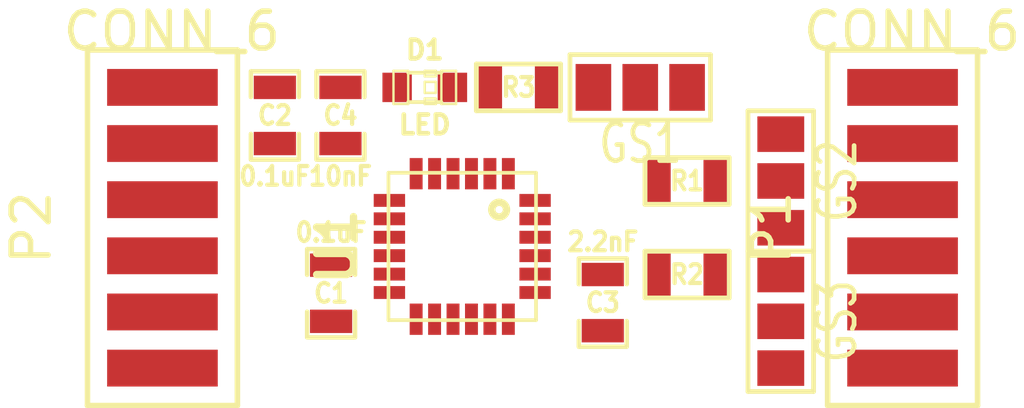
<source format=kicad_pcb>
(kicad_pcb (version 3) (host pcbnew "(2013-07-07 BZR 4022)-stable")

  (general
    (links 39)
    (no_connects 39)
    (area 206.435 147.507 234.802333 159.315139)
    (thickness 1.6)
    (drawings 0)
    (tracks 0)
    (zones 0)
    (modules 14)
    (nets 13)
  )

  (page A3)
  (layers
    (15 F.Cu signal)
    (0 B.Cu signal)
    (16 B.Adhes user)
    (17 F.Adhes user)
    (18 B.Paste user)
    (19 F.Paste user)
    (20 B.SilkS user)
    (21 F.SilkS user)
    (22 B.Mask user)
    (23 F.Mask user)
    (24 Dwgs.User user)
    (25 Cmts.User user)
    (26 Eco1.User user)
    (27 Eco2.User user)
    (28 Edge.Cuts user)
  )

  (setup
    (last_trace_width 0.254)
    (trace_clearance 0.254)
    (zone_clearance 0.508)
    (zone_45_only no)
    (trace_min 0.254)
    (segment_width 0.2)
    (edge_width 0.1)
    (via_size 0.889)
    (via_drill 0.635)
    (via_min_size 0.889)
    (via_min_drill 0.508)
    (uvia_size 0.508)
    (uvia_drill 0.127)
    (uvias_allowed no)
    (uvia_min_size 0.508)
    (uvia_min_drill 0.127)
    (pcb_text_width 0.3)
    (pcb_text_size 1.5 1.5)
    (mod_edge_width 0.15)
    (mod_text_size 1 1)
    (mod_text_width 0.15)
    (pad_size 3 1)
    (pad_drill 0)
    (pad_to_mask_clearance 0)
    (aux_axis_origin 0 0)
    (visible_elements 7FFFFFFF)
    (pcbplotparams
      (layerselection 3178497)
      (usegerberextensions true)
      (excludeedgelayer true)
      (linewidth 0.150000)
      (plotframeref false)
      (viasonmask false)
      (mode 1)
      (useauxorigin false)
      (hpglpennumber 1)
      (hpglpenspeed 20)
      (hpglpendiameter 15)
      (hpglpenoverlay 2)
      (psnegative false)
      (psa4output false)
      (plotreference true)
      (plotvalue true)
      (plotothertext true)
      (plotinvisibletext false)
      (padsonsilk false)
      (subtractmaskfromsilk false)
      (outputformat 1)
      (mirror false)
      (drillshape 1)
      (scaleselection 1)
      (outputdirectory ""))
  )

  (net 0 "")
  (net 1 /ADDR)
  (net 2 /SCL)
  (net 3 /SCL1)
  (net 4 /SCL2)
  (net 5 /SDA)
  (net 6 /SDA1)
  (net 7 /SDA2)
  (net 8 /VCC)
  (net 9 GND)
  (net 10 N-0000010)
  (net 11 N-0000014)
  (net 12 N-0000015)

  (net_class Default "This is the default net class."
    (clearance 0.254)
    (trace_width 0.254)
    (via_dia 0.889)
    (via_drill 0.635)
    (uvia_dia 0.508)
    (uvia_drill 0.127)
    (add_net "")
    (add_net /ADDR)
    (add_net /SCL)
    (add_net /SCL1)
    (add_net /SCL2)
    (add_net /SDA)
    (add_net /SDA1)
    (add_net /SDA2)
    (add_net /VCC)
    (add_net GND)
    (add_net N-0000010)
    (add_net N-0000014)
    (add_net N-0000015)
  )

  (module SM0603_Capa (layer F.Cu) (tedit 5051B1EC) (tstamp 5355CD4E)
    (at 215.392 155.448 270)
    (path /53532F9E)
    (attr smd)
    (fp_text reference C1 (at 0 0 360) (layer F.SilkS)
      (effects (font (size 0.508 0.4572) (thickness 0.1143)))
    )
    (fp_text value 0.1uF (at -1.651 0 360) (layer F.SilkS)
      (effects (font (size 0.508 0.4572) (thickness 0.1143)))
    )
    (fp_line (start 0.50038 0.65024) (end 1.19888 0.65024) (layer F.SilkS) (width 0.11938))
    (fp_line (start -0.50038 0.65024) (end -1.19888 0.65024) (layer F.SilkS) (width 0.11938))
    (fp_line (start 0.50038 -0.65024) (end 1.19888 -0.65024) (layer F.SilkS) (width 0.11938))
    (fp_line (start -1.19888 -0.65024) (end -0.50038 -0.65024) (layer F.SilkS) (width 0.11938))
    (fp_line (start 1.19888 -0.635) (end 1.19888 0.635) (layer F.SilkS) (width 0.11938))
    (fp_line (start -1.19888 0.635) (end -1.19888 -0.635) (layer F.SilkS) (width 0.11938))
    (pad 1 smd rect (at -0.762 0 270) (size 0.635 1.143)
      (layers F.Cu F.Paste F.Mask)
      (net 11 N-0000014)
    )
    (pad 2 smd rect (at 0.762 0 270) (size 0.635 1.143)
      (layers F.Cu F.Paste F.Mask)
      (net 9 GND)
    )
    (model smd\capacitors\C0603.wrl
      (at (xyz 0 0 0.001))
      (scale (xyz 0.5 0.5 0.5))
      (rotate (xyz 0 0 0))
    )
  )

  (module SM0603_Capa (layer F.Cu) (tedit 5051B1EC) (tstamp 5355CD5A)
    (at 222.758 155.702 270)
    (path /53532FAD)
    (attr smd)
    (fp_text reference C3 (at 0 0 360) (layer F.SilkS)
      (effects (font (size 0.508 0.4572) (thickness 0.1143)))
    )
    (fp_text value 2.2nF (at -1.651 0 360) (layer F.SilkS)
      (effects (font (size 0.508 0.4572) (thickness 0.1143)))
    )
    (fp_line (start 0.50038 0.65024) (end 1.19888 0.65024) (layer F.SilkS) (width 0.11938))
    (fp_line (start -0.50038 0.65024) (end -1.19888 0.65024) (layer F.SilkS) (width 0.11938))
    (fp_line (start 0.50038 -0.65024) (end 1.19888 -0.65024) (layer F.SilkS) (width 0.11938))
    (fp_line (start -1.19888 -0.65024) (end -0.50038 -0.65024) (layer F.SilkS) (width 0.11938))
    (fp_line (start 1.19888 -0.635) (end 1.19888 0.635) (layer F.SilkS) (width 0.11938))
    (fp_line (start -1.19888 0.635) (end -1.19888 -0.635) (layer F.SilkS) (width 0.11938))
    (pad 1 smd rect (at -0.762 0 270) (size 0.635 1.143)
      (layers F.Cu F.Paste F.Mask)
      (net 12 N-0000015)
    )
    (pad 2 smd rect (at 0.762 0 270) (size 0.635 1.143)
      (layers F.Cu F.Paste F.Mask)
      (net 9 GND)
    )
    (model smd\capacitors\C0603.wrl
      (at (xyz 0 0 0.001))
      (scale (xyz 0.5 0.5 0.5))
      (rotate (xyz 0 0 0))
    )
  )

  (module SM0603_Capa (layer F.Cu) (tedit 5051B1EC) (tstamp 5355CD66)
    (at 213.868 150.622 90)
    (path /5353310C)
    (attr smd)
    (fp_text reference C2 (at 0 0 180) (layer F.SilkS)
      (effects (font (size 0.508 0.4572) (thickness 0.1143)))
    )
    (fp_text value 0.1uF (at -1.651 0 180) (layer F.SilkS)
      (effects (font (size 0.508 0.4572) (thickness 0.1143)))
    )
    (fp_line (start 0.50038 0.65024) (end 1.19888 0.65024) (layer F.SilkS) (width 0.11938))
    (fp_line (start -0.50038 0.65024) (end -1.19888 0.65024) (layer F.SilkS) (width 0.11938))
    (fp_line (start 0.50038 -0.65024) (end 1.19888 -0.65024) (layer F.SilkS) (width 0.11938))
    (fp_line (start -1.19888 -0.65024) (end -0.50038 -0.65024) (layer F.SilkS) (width 0.11938))
    (fp_line (start 1.19888 -0.635) (end 1.19888 0.635) (layer F.SilkS) (width 0.11938))
    (fp_line (start -1.19888 0.635) (end -1.19888 -0.635) (layer F.SilkS) (width 0.11938))
    (pad 1 smd rect (at -0.762 0 90) (size 0.635 1.143)
      (layers F.Cu F.Paste F.Mask)
      (net 9 GND)
    )
    (pad 2 smd rect (at 0.762 0 90) (size 0.635 1.143)
      (layers F.Cu F.Paste F.Mask)
      (net 8 /VCC)
    )
    (model smd\capacitors\C0603.wrl
      (at (xyz 0 0 0.001))
      (scale (xyz 0.5 0.5 0.5))
      (rotate (xyz 0 0 0))
    )
  )

  (module SM0603_Capa (layer F.Cu) (tedit 5051B1EC) (tstamp 5355CD72)
    (at 215.646 150.622 90)
    (path /53559FB8)
    (attr smd)
    (fp_text reference C4 (at 0 0 180) (layer F.SilkS)
      (effects (font (size 0.508 0.4572) (thickness 0.1143)))
    )
    (fp_text value 10nF (at -1.651 0 180) (layer F.SilkS)
      (effects (font (size 0.508 0.4572) (thickness 0.1143)))
    )
    (fp_line (start 0.50038 0.65024) (end 1.19888 0.65024) (layer F.SilkS) (width 0.11938))
    (fp_line (start -0.50038 0.65024) (end -1.19888 0.65024) (layer F.SilkS) (width 0.11938))
    (fp_line (start 0.50038 -0.65024) (end 1.19888 -0.65024) (layer F.SilkS) (width 0.11938))
    (fp_line (start -1.19888 -0.65024) (end -0.50038 -0.65024) (layer F.SilkS) (width 0.11938))
    (fp_line (start 1.19888 -0.635) (end 1.19888 0.635) (layer F.SilkS) (width 0.11938))
    (fp_line (start -1.19888 0.635) (end -1.19888 -0.635) (layer F.SilkS) (width 0.11938))
    (pad 1 smd rect (at -0.762 0 90) (size 0.635 1.143)
      (layers F.Cu F.Paste F.Mask)
      (net 9 GND)
    )
    (pad 2 smd rect (at 0.762 0 90) (size 0.635 1.143)
      (layers F.Cu F.Paste F.Mask)
      (net 8 /VCC)
    )
    (model smd\capacitors\C0603.wrl
      (at (xyz 0 0 0.001))
      (scale (xyz 0.5 0.5 0.5))
      (rotate (xyz 0 0 0))
    )
  )

  (module SM0603 (layer F.Cu) (tedit 4E43A3D1) (tstamp 5355CD7C)
    (at 225.044 152.4)
    (path /53533027)
    (attr smd)
    (fp_text reference R1 (at 0 0) (layer F.SilkS)
      (effects (font (size 0.508 0.4572) (thickness 0.1143)))
    )
    (fp_text value 10K (at 0 0) (layer F.SilkS) hide
      (effects (font (size 0.508 0.4572) (thickness 0.1143)))
    )
    (fp_line (start -1.143 -0.635) (end 1.143 -0.635) (layer F.SilkS) (width 0.127))
    (fp_line (start 1.143 -0.635) (end 1.143 0.635) (layer F.SilkS) (width 0.127))
    (fp_line (start 1.143 0.635) (end -1.143 0.635) (layer F.SilkS) (width 0.127))
    (fp_line (start -1.143 0.635) (end -1.143 -0.635) (layer F.SilkS) (width 0.127))
    (pad 1 smd rect (at -0.762 0) (size 0.635 1.143)
      (layers F.Cu F.Paste F.Mask)
      (net 8 /VCC)
    )
    (pad 2 smd rect (at 0.762 0) (size 0.635 1.143)
      (layers F.Cu F.Paste F.Mask)
      (net 5 /SDA)
    )
    (model smd\resistors\R0603.wrl
      (at (xyz 0 0 0.001))
      (scale (xyz 0.5 0.5 0.5))
      (rotate (xyz 0 0 0))
    )
  )

  (module SM0603 (layer F.Cu) (tedit 4E43A3D1) (tstamp 5355CD86)
    (at 225.044 154.94)
    (path /53533036)
    (attr smd)
    (fp_text reference R2 (at 0 0) (layer F.SilkS)
      (effects (font (size 0.508 0.4572) (thickness 0.1143)))
    )
    (fp_text value 10K (at 0 0) (layer F.SilkS) hide
      (effects (font (size 0.508 0.4572) (thickness 0.1143)))
    )
    (fp_line (start -1.143 -0.635) (end 1.143 -0.635) (layer F.SilkS) (width 0.127))
    (fp_line (start 1.143 -0.635) (end 1.143 0.635) (layer F.SilkS) (width 0.127))
    (fp_line (start 1.143 0.635) (end -1.143 0.635) (layer F.SilkS) (width 0.127))
    (fp_line (start -1.143 0.635) (end -1.143 -0.635) (layer F.SilkS) (width 0.127))
    (pad 1 smd rect (at -0.762 0) (size 0.635 1.143)
      (layers F.Cu F.Paste F.Mask)
      (net 8 /VCC)
    )
    (pad 2 smd rect (at 0.762 0) (size 0.635 1.143)
      (layers F.Cu F.Paste F.Mask)
      (net 2 /SCL)
    )
    (model smd\resistors\R0603.wrl
      (at (xyz 0 0 0.001))
      (scale (xyz 0.5 0.5 0.5))
      (rotate (xyz 0 0 0))
    )
  )

  (module SM0603 (layer F.Cu) (tedit 4E43A3D1) (tstamp 5355CD90)
    (at 220.472 149.86)
    (path /5355AA78)
    (attr smd)
    (fp_text reference R3 (at 0 0) (layer F.SilkS)
      (effects (font (size 0.508 0.4572) (thickness 0.1143)))
    )
    (fp_text value 33 (at 0 0) (layer F.SilkS) hide
      (effects (font (size 0.508 0.4572) (thickness 0.1143)))
    )
    (fp_line (start -1.143 -0.635) (end 1.143 -0.635) (layer F.SilkS) (width 0.127))
    (fp_line (start 1.143 -0.635) (end 1.143 0.635) (layer F.SilkS) (width 0.127))
    (fp_line (start 1.143 0.635) (end -1.143 0.635) (layer F.SilkS) (width 0.127))
    (fp_line (start -1.143 0.635) (end -1.143 -0.635) (layer F.SilkS) (width 0.127))
    (pad 1 smd rect (at -0.762 0) (size 0.635 1.143)
      (layers F.Cu F.Paste F.Mask)
      (net 10 N-0000010)
    )
    (pad 2 smd rect (at 0.762 0) (size 0.635 1.143)
      (layers F.Cu F.Paste F.Mask)
      (net 9 GND)
    )
    (model smd\resistors\R0603.wrl
      (at (xyz 0 0 0.001))
      (scale (xyz 0.5 0.5 0.5))
      (rotate (xyz 0 0 0))
    )
  )

  (module MPU9150 (layer F.Cu) (tedit 51D0D1B5) (tstamp 5355CDB1)
    (at 218.948 154.178 270)
    (path /53532ED5)
    (fp_text reference U1 (at 0 3.4 270) (layer F.SilkS)
      (effects (font (size 1 1) (thickness 0.2)))
    )
    (fp_text value MPU_9150 (at 0 -3.2 270) (layer F.SilkS) hide
      (effects (font (size 1 1) (thickness 0.2)))
    )
    (fp_circle (center -1 -1) (end -1 -1.2) (layer F.SilkS) (width 0.2))
    (fp_line (start -2 -2) (end 2 -2) (layer F.SilkS) (width 0.1))
    (fp_line (start 2 -2) (end 2 2) (layer F.SilkS) (width 0.1))
    (fp_line (start 2 2) (end -2 2) (layer F.SilkS) (width 0.1))
    (fp_line (start -2 2) (end -2 -2) (layer F.SilkS) (width 0.1))
    (pad 1 smd rect (at -1.975 -1.25 270) (size 0.85 0.35)
      (layers F.Cu F.Paste F.Mask)
      (net 9 GND)
    )
    (pad 2 smd rect (at -1.975 -0.75 270) (size 0.85 0.35)
      (layers F.Cu F.Paste F.Mask)
    )
    (pad 3 smd rect (at -1.975 -0.25 270) (size 0.85 0.35)
      (layers F.Cu F.Paste F.Mask)
      (net 8 /VCC)
    )
    (pad 4 smd rect (at -1.975 0.25 270) (size 0.85 0.35)
      (layers F.Cu F.Paste F.Mask)
    )
    (pad 5 smd rect (at -1.975 0.75 270) (size 0.85 0.35)
      (layers F.Cu F.Paste F.Mask)
    )
    (pad 6 smd rect (at -1.975 1.25 270) (size 0.85 0.35)
      (layers F.Cu F.Paste F.Mask)
    )
    (pad 13 smd rect (at 1.975 1.25 270) (size 0.85 0.35)
      (layers F.Cu F.Paste F.Mask)
      (net 8 /VCC)
    )
    (pad 14 smd rect (at 1.975 0.75 270) (size 0.85 0.35)
      (layers F.Cu F.Paste F.Mask)
    )
    (pad 15 smd rect (at 1.975 0.25 270) (size 0.85 0.35)
      (layers F.Cu F.Paste F.Mask)
      (net 9 GND)
    )
    (pad 16 smd rect (at 1.975 -0.25 270) (size 0.85 0.35)
      (layers F.Cu F.Paste F.Mask)
    )
    (pad 17 smd rect (at 1.975 -0.75 270) (size 0.85 0.35)
      (layers F.Cu F.Paste F.Mask)
      (net 9 GND)
    )
    (pad 18 smd rect (at 1.975 -1.25 270) (size 0.85 0.35)
      (layers F.Cu F.Paste F.Mask)
      (net 9 GND)
    )
    (pad 7 smd rect (at -1.25 1.975 270) (size 0.35 0.85)
      (layers F.Cu F.Paste F.Mask)
    )
    (pad 8 smd rect (at -0.75 1.975 270) (size 0.35 0.85)
      (layers F.Cu F.Paste F.Mask)
      (net 8 /VCC)
    )
    (pad 9 smd rect (at -0.25 1.975 270) (size 0.35 0.85)
      (layers F.Cu F.Paste F.Mask)
      (net 1 /ADDR)
    )
    (pad 10 smd rect (at 0.25 1.975 270) (size 0.35 0.85)
      (layers F.Cu F.Paste F.Mask)
      (net 11 N-0000014)
    )
    (pad 11 smd rect (at 0.75 1.975 270) (size 0.35 0.85)
      (layers F.Cu F.Paste F.Mask)
      (net 9 GND)
    )
    (pad 12 smd rect (at 1.25 1.975 270) (size 0.35 0.85)
      (layers F.Cu F.Paste F.Mask)
    )
    (pad 19 smd rect (at 1.25 -1.975 270) (size 0.35 0.85)
      (layers F.Cu F.Paste F.Mask)
    )
    (pad 20 smd rect (at 0.75 -1.975 270) (size 0.35 0.85)
      (layers F.Cu F.Paste F.Mask)
      (net 12 N-0000015)
    )
    (pad 21 smd rect (at 0.25 -1.975 270) (size 0.35 0.85)
      (layers F.Cu F.Paste F.Mask)
    )
    (pad 22 smd rect (at -0.25 -1.975 270) (size 0.35 0.85)
      (layers F.Cu F.Paste F.Mask)
      (net 9 GND)
    )
    (pad 23 smd rect (at -0.75 -1.975 270) (size 0.35 0.85)
      (layers F.Cu F.Paste F.Mask)
      (net 2 /SCL)
    )
    (pad 24 smd rect (at -1.25 -1.975 270) (size 0.35 0.85)
      (layers F.Cu F.Paste F.Mask)
      (net 5 /SDA)
    )
    (model 3D/MPU9150.wrl
      (at (xyz 0 0 0))
      (scale (xyz 0.3937 0.3937 0.3937))
      (rotate (xyz 0 0 0))
    )
  )

  (module LED-0603 (layer F.Cu) (tedit 4E16AFB4) (tstamp 5355CDCD)
    (at 217.932 149.86)
    (descr "LED 0603 smd package")
    (tags "LED led 0603 SMD smd SMT smt smdled SMDLED smtled SMTLED")
    (path /5355A9A4)
    (attr smd)
    (fp_text reference D1 (at 0 -1.016) (layer F.SilkS)
      (effects (font (size 0.508 0.508) (thickness 0.127)))
    )
    (fp_text value LED (at 0 1.016) (layer F.SilkS)
      (effects (font (size 0.508 0.508) (thickness 0.127)))
    )
    (fp_line (start 0.44958 -0.44958) (end 0.44958 0.44958) (layer F.SilkS) (width 0.06604))
    (fp_line (start 0.44958 0.44958) (end 0.84836 0.44958) (layer F.SilkS) (width 0.06604))
    (fp_line (start 0.84836 -0.44958) (end 0.84836 0.44958) (layer F.SilkS) (width 0.06604))
    (fp_line (start 0.44958 -0.44958) (end 0.84836 -0.44958) (layer F.SilkS) (width 0.06604))
    (fp_line (start -0.84836 -0.44958) (end -0.84836 0.44958) (layer F.SilkS) (width 0.06604))
    (fp_line (start -0.84836 0.44958) (end -0.44958 0.44958) (layer F.SilkS) (width 0.06604))
    (fp_line (start -0.44958 -0.44958) (end -0.44958 0.44958) (layer F.SilkS) (width 0.06604))
    (fp_line (start -0.84836 -0.44958) (end -0.44958 -0.44958) (layer F.SilkS) (width 0.06604))
    (fp_line (start 0 -0.44958) (end 0 -0.29972) (layer F.SilkS) (width 0.06604))
    (fp_line (start 0 -0.29972) (end 0.29972 -0.29972) (layer F.SilkS) (width 0.06604))
    (fp_line (start 0.29972 -0.44958) (end 0.29972 -0.29972) (layer F.SilkS) (width 0.06604))
    (fp_line (start 0 -0.44958) (end 0.29972 -0.44958) (layer F.SilkS) (width 0.06604))
    (fp_line (start 0 0.29972) (end 0 0.44958) (layer F.SilkS) (width 0.06604))
    (fp_line (start 0 0.44958) (end 0.29972 0.44958) (layer F.SilkS) (width 0.06604))
    (fp_line (start 0.29972 0.29972) (end 0.29972 0.44958) (layer F.SilkS) (width 0.06604))
    (fp_line (start 0 0.29972) (end 0.29972 0.29972) (layer F.SilkS) (width 0.06604))
    (fp_line (start 0 -0.14986) (end 0 0.14986) (layer F.SilkS) (width 0.06604))
    (fp_line (start 0 0.14986) (end 0.29972 0.14986) (layer F.SilkS) (width 0.06604))
    (fp_line (start 0.29972 -0.14986) (end 0.29972 0.14986) (layer F.SilkS) (width 0.06604))
    (fp_line (start 0 -0.14986) (end 0.29972 -0.14986) (layer F.SilkS) (width 0.06604))
    (fp_line (start 0.44958 -0.39878) (end -0.44958 -0.39878) (layer F.SilkS) (width 0.1016))
    (fp_line (start 0.44958 0.39878) (end -0.44958 0.39878) (layer F.SilkS) (width 0.1016))
    (pad 1 smd rect (at -0.7493 0) (size 0.79756 0.79756)
      (layers F.Cu F.Paste F.Mask)
      (net 8 /VCC)
    )
    (pad 2 smd rect (at 0.7493 0) (size 0.79756 0.79756)
      (layers F.Cu F.Paste F.Mask)
      (net 10 N-0000010)
    )
  )

  (module GS3 (layer F.Cu) (tedit 4267950D) (tstamp 5355CDD8)
    (at 223.774 149.86 270)
    (descr "Pontet Goute de soudure")
    (path /5355942D)
    (attr virtual)
    (fp_text reference GS1 (at 1.524 0 360) (layer F.SilkS)
      (effects (font (size 1.016 0.762) (thickness 0.127)))
    )
    (fp_text value GS3 (at 1.524 0 360) (layer F.SilkS) hide
      (effects (font (size 0.762 0.762) (thickness 0.127)))
    )
    (fp_line (start -0.889 -1.905) (end -0.889 1.905) (layer F.SilkS) (width 0.127))
    (fp_line (start -0.889 1.905) (end 0.889 1.905) (layer F.SilkS) (width 0.127))
    (fp_line (start 0.889 1.905) (end 0.889 -1.905) (layer F.SilkS) (width 0.127))
    (fp_line (start -0.889 -1.905) (end 0.889 -1.905) (layer F.SilkS) (width 0.127))
    (pad 1 smd rect (at 0 -1.27 270) (size 1.27 0.9652)
      (layers F.Cu F.Paste F.Mask)
      (net 8 /VCC)
    )
    (pad 2 smd rect (at 0 0 270) (size 1.27 0.9652)
      (layers F.Cu F.Paste F.Mask)
      (net 1 /ADDR)
    )
    (pad 3 smd rect (at 0 1.27 270) (size 1.27 0.9652)
      (layers F.Cu F.Paste F.Mask)
      (net 9 GND)
    )
  )

  (module GS3 (layer F.Cu) (tedit 4267950D) (tstamp 5355CDE3)
    (at 227.584 152.4)
    (descr "Pontet Goute de soudure")
    (path /5355A869)
    (attr virtual)
    (fp_text reference GS2 (at 1.524 0 90) (layer F.SilkS)
      (effects (font (size 1.016 0.762) (thickness 0.127)))
    )
    (fp_text value GS3 (at 1.524 0 90) (layer F.SilkS) hide
      (effects (font (size 0.762 0.762) (thickness 0.127)))
    )
    (fp_line (start -0.889 -1.905) (end -0.889 1.905) (layer F.SilkS) (width 0.127))
    (fp_line (start -0.889 1.905) (end 0.889 1.905) (layer F.SilkS) (width 0.127))
    (fp_line (start 0.889 1.905) (end 0.889 -1.905) (layer F.SilkS) (width 0.127))
    (fp_line (start -0.889 -1.905) (end 0.889 -1.905) (layer F.SilkS) (width 0.127))
    (pad 1 smd rect (at 0 -1.27) (size 1.27 0.9652)
      (layers F.Cu F.Paste F.Mask)
      (net 6 /SDA1)
    )
    (pad 2 smd rect (at 0 0) (size 1.27 0.9652)
      (layers F.Cu F.Paste F.Mask)
      (net 5 /SDA)
    )
    (pad 3 smd rect (at 0 1.27) (size 1.27 0.9652)
      (layers F.Cu F.Paste F.Mask)
      (net 7 /SDA2)
    )
  )

  (module GS3 (layer F.Cu) (tedit 4267950D) (tstamp 5355CDEE)
    (at 227.584 156.21)
    (descr "Pontet Goute de soudure")
    (path /5355A8A1)
    (attr virtual)
    (fp_text reference GS3 (at 1.524 0 90) (layer F.SilkS)
      (effects (font (size 1.016 0.762) (thickness 0.127)))
    )
    (fp_text value GS3 (at 1.524 0 90) (layer F.SilkS) hide
      (effects (font (size 0.762 0.762) (thickness 0.127)))
    )
    (fp_line (start -0.889 -1.905) (end -0.889 1.905) (layer F.SilkS) (width 0.127))
    (fp_line (start -0.889 1.905) (end 0.889 1.905) (layer F.SilkS) (width 0.127))
    (fp_line (start 0.889 1.905) (end 0.889 -1.905) (layer F.SilkS) (width 0.127))
    (fp_line (start -0.889 -1.905) (end 0.889 -1.905) (layer F.SilkS) (width 0.127))
    (pad 1 smd rect (at 0 -1.27) (size 1.27 0.9652)
      (layers F.Cu F.Paste F.Mask)
      (net 3 /SCL1)
    )
    (pad 2 smd rect (at 0 0) (size 1.27 0.9652)
      (layers F.Cu F.Paste F.Mask)
      (net 2 /SCL)
    )
    (pad 3 smd rect (at 0 1.27) (size 1.27 0.9652)
      (layers F.Cu F.Paste F.Mask)
      (net 4 /SCL2)
    )
  )

  (module Connector_1x6_SMD (layer F.Cu) (tedit 5355CBED) (tstamp 5355CDFC)
    (at 230.886 153.67)
    (path /53533292)
    (fp_text reference P1 (at -3.556 0 90) (layer F.SilkS)
      (effects (font (size 1 1) (thickness 0.15)))
    )
    (fp_text value CONN_6 (at 0.254 -5.334) (layer F.SilkS)
      (effects (font (size 1 1) (thickness 0.15)))
    )
    (fp_line (start -2.032 -4.826) (end 2.032 -4.826) (layer F.SilkS) (width 0.15))
    (fp_line (start 2.032 -4.826) (end 2.032 4.826) (layer F.SilkS) (width 0.15))
    (fp_line (start 2.032 4.826) (end -2.032 4.826) (layer F.SilkS) (width 0.15))
    (fp_line (start -2.032 4.826) (end -2.032 -4.826) (layer F.SilkS) (width 0.15))
    (pad 1 smd rect (at 0 -3.81) (size 3 1)
      (layers F.Cu F.Paste F.Mask)
      (net 8 /VCC)
    )
    (pad 2 smd rect (at 0 -2.286) (size 3 1)
      (layers F.Cu F.Paste F.Mask)
      (net 9 GND)
    )
    (pad 3 smd rect (at 0 -0.762) (size 3 1)
      (layers F.Cu F.Paste F.Mask)
      (net 6 /SDA1)
    )
    (pad 4 smd rect (at 0 0.762) (size 3 1)
      (layers F.Cu F.Paste F.Mask)
      (net 7 /SDA2)
    )
    (pad 5 smd rect (at 0 2.286) (size 3 1)
      (layers F.Cu F.Paste F.Mask)
      (net 3 /SCL1)
    )
    (pad 6 smd rect (at 0 3.81) (size 3 1)
      (layers F.Cu F.Paste F.Mask)
      (net 4 /SCL2)
    )
  )

  (module Connector_1x6_SMD (layer F.Cu) (tedit 5355CBED) (tstamp 5355CE0A)
    (at 210.82 153.67)
    (path /5355C8C9)
    (fp_text reference P2 (at -3.556 0 90) (layer F.SilkS)
      (effects (font (size 1 1) (thickness 0.15)))
    )
    (fp_text value CONN_6 (at 0.254 -5.334) (layer F.SilkS)
      (effects (font (size 1 1) (thickness 0.15)))
    )
    (fp_line (start -2.032 -4.826) (end 2.032 -4.826) (layer F.SilkS) (width 0.15))
    (fp_line (start 2.032 -4.826) (end 2.032 4.826) (layer F.SilkS) (width 0.15))
    (fp_line (start 2.032 4.826) (end -2.032 4.826) (layer F.SilkS) (width 0.15))
    (fp_line (start -2.032 4.826) (end -2.032 -4.826) (layer F.SilkS) (width 0.15))
    (pad 1 smd rect (at 0 -3.81) (size 3 1)
      (layers F.Cu F.Paste F.Mask)
      (net 8 /VCC)
    )
    (pad 2 smd rect (at 0 -2.286) (size 3 1)
      (layers F.Cu F.Paste F.Mask)
      (net 9 GND)
    )
    (pad 3 smd rect (at 0 -0.762) (size 3 1)
      (layers F.Cu F.Paste F.Mask)
      (net 6 /SDA1)
    )
    (pad 4 smd rect (at 0 0.762) (size 3 1)
      (layers F.Cu F.Paste F.Mask)
      (net 7 /SDA2)
    )
    (pad 5 smd rect (at 0 2.286) (size 3 1)
      (layers F.Cu F.Paste F.Mask)
      (net 3 /SCL1)
    )
    (pad 6 smd rect (at 0 3.81) (size 3 1)
      (layers F.Cu F.Paste F.Mask)
      (net 4 /SCL2)
    )
  )

)

</source>
